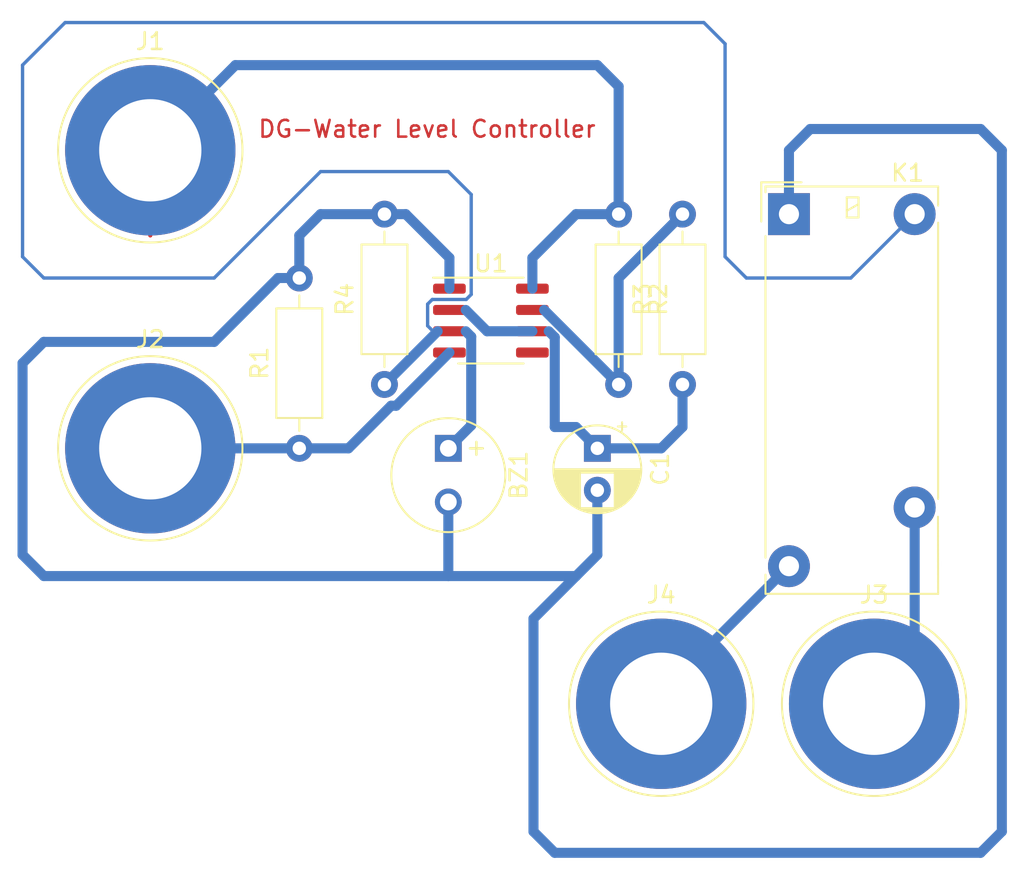
<source format=kicad_pcb>
(kicad_pcb (version 20171130) (host pcbnew "(5.1.9)-1")

  (general
    (thickness 1.6)
    (drawings 6)
    (tracks 87)
    (zones 0)
    (modules 12)
    (nets 10)
  )

  (page A4)
  (layers
    (0 F.Cu signal)
    (31 B.Cu signal)
    (32 B.Adhes user)
    (33 F.Adhes user)
    (34 B.Paste user)
    (35 F.Paste user)
    (36 B.SilkS user)
    (37 F.SilkS user)
    (38 B.Mask user)
    (39 F.Mask user)
    (40 Dwgs.User user)
    (41 Cmts.User user)
    (42 Eco1.User user)
    (43 Eco2.User user)
    (44 Edge.Cuts user)
    (45 Margin user)
    (46 B.CrtYd user)
    (47 F.CrtYd user)
    (48 B.Fab user)
    (49 F.Fab user)
  )

  (setup
    (last_trace_width 0.25)
    (trace_clearance 0.2)
    (zone_clearance 0.508)
    (zone_45_only no)
    (trace_min 0.6)
    (via_size 0.8)
    (via_drill 0.4)
    (via_min_size 0.4)
    (via_min_drill 0.3)
    (uvia_size 0.3)
    (uvia_drill 0.1)
    (uvias_allowed no)
    (uvia_min_size 0.2)
    (uvia_min_drill 0.1)
    (edge_width 0.05)
    (segment_width 0.2)
    (pcb_text_width 0.3)
    (pcb_text_size 1.5 1.5)
    (mod_edge_width 0.12)
    (mod_text_size 1 1)
    (mod_text_width 0.15)
    (pad_size 1.524 1.524)
    (pad_drill 0.762)
    (pad_to_mask_clearance 0)
    (aux_axis_origin 0 0)
    (visible_elements 7FFFFFFF)
    (pcbplotparams
      (layerselection 0x010fc_ffffffff)
      (usegerberextensions true)
      (usegerberattributes true)
      (usegerberadvancedattributes true)
      (creategerberjobfile true)
      (excludeedgelayer true)
      (linewidth 0.100000)
      (plotframeref false)
      (viasonmask false)
      (mode 1)
      (useauxorigin false)
      (hpglpennumber 1)
      (hpglpenspeed 20)
      (hpglpendiameter 15.000000)
      (psnegative false)
      (psa4output false)
      (plotreference true)
      (plotvalue false)
      (plotinvisibletext false)
      (padsonsilk false)
      (subtractmaskfromsilk false)
      (outputformat 1)
      (mirror false)
      (drillshape 0)
      (scaleselection 1)
      (outputdirectory "gerbers/"))
  )

  (net 0 "")
  (net 1 "Net-(BZ1-Pad1)")
  (net 2 GND)
  (net 3 "Net-(C1-Pad1)")
  (net 4 +5V)
  (net 5 "Net-(J2-Pad1)")
  (net 6 "Net-(R2-Pad2)")
  (net 7 "Net-(U1-Pad5)")
  (net 8 "Net-(J3-Pad1)")
  (net 9 "Net-(J4-Pad1)")

  (net_class Default "This is the default net class."
    (clearance 0.2)
    (trace_width 0.25)
    (via_dia 0.8)
    (via_drill 0.4)
    (uvia_dia 0.3)
    (uvia_drill 0.1)
    (add_net +5V)
    (add_net GND)
    (add_net "Net-(BZ1-Pad1)")
    (add_net "Net-(C1-Pad1)")
    (add_net "Net-(J2-Pad1)")
    (add_net "Net-(J3-Pad1)")
    (add_net "Net-(J4-Pad1)")
    (add_net "Net-(R2-Pad2)")
    (add_net "Net-(U1-Pad5)")
  )

  (module Relay_THT:Relay_1P1T_NO_10x24x18.8mm_Panasonic_ADW11xxxxW_THT (layer F.Cu) (tedit 5E68DFB0) (tstamp 60578228)
    (at 156.21 64.77)
    (descr "Panasonic Relay SPST 10mm 24mm, https://www.panasonic-electric-works.com/pew/es/downloads/ds_dw_hl_en.pdf")
    (tags "Panasonic Relay SPST")
    (path /605785FA)
    (fp_text reference K1 (at 7.08 -2.46 180) (layer F.SilkS)
      (effects (font (size 1 1) (thickness 0.15)))
    )
    (fp_text value "5v RELAY" (at 3.99 23.62 180) (layer F.Fab)
      (effects (font (size 1 1) (thickness 0.15)))
    )
    (fp_line (start -1.25 0) (end 0 -1.5) (layer F.Fab) (width 0.1))
    (fp_line (start 8.75 22.5) (end 8.75 -1.5) (layer F.Fab) (width 0.1))
    (fp_line (start 8.75 -1.5) (end 0 -1.5) (layer F.Fab) (width 0.1))
    (fp_line (start -1.25 0) (end -1.25 22.5) (layer F.Fab) (width 0.1))
    (fp_line (start 8.75 22.5) (end -1.25 22.5) (layer F.Fab) (width 0.1))
    (fp_line (start 1.55 -0.4) (end 6.05 -0.4) (layer F.Fab) (width 0.1))
    (fp_line (start 8.9 0.51) (end 8.9 16.99) (layer F.SilkS) (width 0.12))
    (fp_line (start 8.9 -1.65) (end -1.4 -1.65) (layer F.SilkS) (width 0.12))
    (fp_line (start -1.4 1.31) (end -1.4 20.49) (layer F.SilkS) (width 0.12))
    (fp_line (start 8.9 22.65) (end -1.4 22.65) (layer F.SilkS) (width 0.12))
    (fp_line (start 3.45 -0.2) (end 4.15 -0.6) (layer F.SilkS) (width 0.12))
    (fp_line (start 4.15 0.2) (end 4.15 -1) (layer F.SilkS) (width 0.12))
    (fp_line (start 4.15 -1) (end 3.45 -1) (layer F.SilkS) (width 0.12))
    (fp_line (start 3.45 -1) (end 3.45 0.2) (layer F.SilkS) (width 0.12))
    (fp_line (start 3.45 0.2) (end 4.15 0.2) (layer F.SilkS) (width 0.12))
    (fp_line (start -1.65 0.44) (end -1.65 -1.9) (layer F.SilkS) (width 0.12))
    (fp_line (start -1.65 -1.9) (end 0.75 -1.9) (layer F.SilkS) (width 0.12))
    (fp_line (start 9 22.75) (end 9 -1.75) (layer F.CrtYd) (width 0.05))
    (fp_line (start 9 -1.75) (end -1.5 -1.75) (layer F.CrtYd) (width 0.05))
    (fp_line (start -1.5 -1.75) (end -1.5 22.75) (layer F.CrtYd) (width 0.05))
    (fp_line (start 9 22.75) (end -1.5 22.75) (layer F.CrtYd) (width 0.05))
    (fp_line (start 8.9 -1.65) (end 8.9 -0.51) (layer F.SilkS) (width 0.12))
    (fp_line (start 8.89 18.05) (end 8.9 22.65) (layer F.SilkS) (width 0.12))
    (fp_line (start -1.4 22.65) (end -1.4 21.51) (layer F.SilkS) (width 0.12))
    (fp_line (start -1.4 -1.65) (end -1.4 -1.31) (layer F.SilkS) (width 0.12))
    (fp_text user %R (at 3.75 12 180) (layer F.Fab)
      (effects (font (size 1 1) (thickness 0.15)))
    )
    (pad 1 thru_hole rect (at 0 0) (size 2.5 2.5) (drill 1.2) (layers *.Cu *.Mask)
      (net 2 GND))
    (pad 3 thru_hole oval (at 0 21) (size 2.5 2.5) (drill 1.2) (layers *.Cu *.Mask)
      (net 9 "Net-(J4-Pad1)"))
    (pad 5 thru_hole oval (at 7.5 17.5) (size 2.5 2.5) (drill 1.2) (layers *.Cu *.Mask)
      (net 8 "Net-(J3-Pad1)"))
    (pad 6 thru_hole oval (at 7.5 0) (size 2.5 2.5) (drill 1.2) (layers *.Cu *.Mask)
      (net 1 "Net-(BZ1-Pad1)"))
    (model ${KISYS3DMOD}/Relay_THT.3dshapes/Relay_1P1T_NO_10x24x18.8mm_Panasonic_ADW11xxxxW_THT.wrl
      (at (xyz 0 0 0))
      (scale (xyz 1 1 1))
      (rotate (xyz 0 0 0))
    )
  )

  (module Buzzer_Beeper:MagneticBuzzer_Kingstate_KCG0601 (layer F.Cu) (tedit 5A030281) (tstamp 605767E9)
    (at 135.89 78.74 270)
    (descr "Buzzer, Elektromagnetic Beeper, Summer,")
    (tags "Kingstate KCG0601 ")
    (path /6057312F)
    (fp_text reference BZ1 (at 1.6 -4.2 90) (layer F.SilkS)
      (effects (font (size 1 1) (thickness 0.15)))
    )
    (fp_text value Buzzer (at 1.6 4.4 90) (layer F.Fab)
      (effects (font (size 1 1) (thickness 0.15)))
    )
    (fp_circle (center 1.6 0) (end 5 0) (layer F.SilkS) (width 0.12))
    (fp_circle (center 1.6 0) (end 2.4 0) (layer F.Fab) (width 0.1))
    (fp_circle (center 1.6 0) (end 4.9 0) (layer F.Fab) (width 0.1))
    (fp_circle (center 1.6 0) (end 5.15 0) (layer F.CrtYd) (width 0.05))
    (fp_text user + (at 0 -1.6 90) (layer F.SilkS)
      (effects (font (size 1 1) (thickness 0.15)))
    )
    (fp_text user + (at 0 -1.6 90) (layer F.Fab)
      (effects (font (size 1 1) (thickness 0.15)))
    )
    (fp_text user %R (at 1.6 -4.2 90) (layer F.Fab)
      (effects (font (size 1 1) (thickness 0.15)))
    )
    (pad 1 thru_hole rect (at 0 0 270) (size 1.6 1.6) (drill 1) (layers *.Cu *.Mask)
      (net 1 "Net-(BZ1-Pad1)"))
    (pad 2 thru_hole circle (at 3.2 0 270) (size 1.6 1.6) (drill 1) (layers *.Cu *.Mask)
      (net 2 GND))
    (model ${KISYS3DMOD}/Buzzer_Beeper.3dshapes/MagneticBuzzer_Kingstate_KCG0601.wrl
      (at (xyz 0 0 0))
      (scale (xyz 1 1 1))
      (rotate (xyz 0 0 0))
    )
  )

  (module Capacitor_THT:CP_Radial_D5.0mm_P2.50mm (layer F.Cu) (tedit 5AE50EF0) (tstamp 605770EE)
    (at 144.78 78.74 270)
    (descr "CP, Radial series, Radial, pin pitch=2.50mm, , diameter=5mm, Electrolytic Capacitor")
    (tags "CP Radial series Radial pin pitch 2.50mm  diameter 5mm Electrolytic Capacitor")
    (path /60573885)
    (fp_text reference C1 (at 1.25 -3.75 90) (layer F.SilkS)
      (effects (font (size 1 1) (thickness 0.15)))
    )
    (fp_text value CP (at 1.25 3.75 90) (layer F.Fab)
      (effects (font (size 1 1) (thickness 0.15)))
    )
    (fp_line (start -1.304775 -1.725) (end -1.304775 -1.225) (layer F.SilkS) (width 0.12))
    (fp_line (start -1.554775 -1.475) (end -1.054775 -1.475) (layer F.SilkS) (width 0.12))
    (fp_line (start 3.851 -0.284) (end 3.851 0.284) (layer F.SilkS) (width 0.12))
    (fp_line (start 3.811 -0.518) (end 3.811 0.518) (layer F.SilkS) (width 0.12))
    (fp_line (start 3.771 -0.677) (end 3.771 0.677) (layer F.SilkS) (width 0.12))
    (fp_line (start 3.731 -0.805) (end 3.731 0.805) (layer F.SilkS) (width 0.12))
    (fp_line (start 3.691 -0.915) (end 3.691 0.915) (layer F.SilkS) (width 0.12))
    (fp_line (start 3.651 -1.011) (end 3.651 1.011) (layer F.SilkS) (width 0.12))
    (fp_line (start 3.611 -1.098) (end 3.611 1.098) (layer F.SilkS) (width 0.12))
    (fp_line (start 3.571 -1.178) (end 3.571 1.178) (layer F.SilkS) (width 0.12))
    (fp_line (start 3.531 1.04) (end 3.531 1.251) (layer F.SilkS) (width 0.12))
    (fp_line (start 3.531 -1.251) (end 3.531 -1.04) (layer F.SilkS) (width 0.12))
    (fp_line (start 3.491 1.04) (end 3.491 1.319) (layer F.SilkS) (width 0.12))
    (fp_line (start 3.491 -1.319) (end 3.491 -1.04) (layer F.SilkS) (width 0.12))
    (fp_line (start 3.451 1.04) (end 3.451 1.383) (layer F.SilkS) (width 0.12))
    (fp_line (start 3.451 -1.383) (end 3.451 -1.04) (layer F.SilkS) (width 0.12))
    (fp_line (start 3.411 1.04) (end 3.411 1.443) (layer F.SilkS) (width 0.12))
    (fp_line (start 3.411 -1.443) (end 3.411 -1.04) (layer F.SilkS) (width 0.12))
    (fp_line (start 3.371 1.04) (end 3.371 1.5) (layer F.SilkS) (width 0.12))
    (fp_line (start 3.371 -1.5) (end 3.371 -1.04) (layer F.SilkS) (width 0.12))
    (fp_line (start 3.331 1.04) (end 3.331 1.554) (layer F.SilkS) (width 0.12))
    (fp_line (start 3.331 -1.554) (end 3.331 -1.04) (layer F.SilkS) (width 0.12))
    (fp_line (start 3.291 1.04) (end 3.291 1.605) (layer F.SilkS) (width 0.12))
    (fp_line (start 3.291 -1.605) (end 3.291 -1.04) (layer F.SilkS) (width 0.12))
    (fp_line (start 3.251 1.04) (end 3.251 1.653) (layer F.SilkS) (width 0.12))
    (fp_line (start 3.251 -1.653) (end 3.251 -1.04) (layer F.SilkS) (width 0.12))
    (fp_line (start 3.211 1.04) (end 3.211 1.699) (layer F.SilkS) (width 0.12))
    (fp_line (start 3.211 -1.699) (end 3.211 -1.04) (layer F.SilkS) (width 0.12))
    (fp_line (start 3.171 1.04) (end 3.171 1.743) (layer F.SilkS) (width 0.12))
    (fp_line (start 3.171 -1.743) (end 3.171 -1.04) (layer F.SilkS) (width 0.12))
    (fp_line (start 3.131 1.04) (end 3.131 1.785) (layer F.SilkS) (width 0.12))
    (fp_line (start 3.131 -1.785) (end 3.131 -1.04) (layer F.SilkS) (width 0.12))
    (fp_line (start 3.091 1.04) (end 3.091 1.826) (layer F.SilkS) (width 0.12))
    (fp_line (start 3.091 -1.826) (end 3.091 -1.04) (layer F.SilkS) (width 0.12))
    (fp_line (start 3.051 1.04) (end 3.051 1.864) (layer F.SilkS) (width 0.12))
    (fp_line (start 3.051 -1.864) (end 3.051 -1.04) (layer F.SilkS) (width 0.12))
    (fp_line (start 3.011 1.04) (end 3.011 1.901) (layer F.SilkS) (width 0.12))
    (fp_line (start 3.011 -1.901) (end 3.011 -1.04) (layer F.SilkS) (width 0.12))
    (fp_line (start 2.971 1.04) (end 2.971 1.937) (layer F.SilkS) (width 0.12))
    (fp_line (start 2.971 -1.937) (end 2.971 -1.04) (layer F.SilkS) (width 0.12))
    (fp_line (start 2.931 1.04) (end 2.931 1.971) (layer F.SilkS) (width 0.12))
    (fp_line (start 2.931 -1.971) (end 2.931 -1.04) (layer F.SilkS) (width 0.12))
    (fp_line (start 2.891 1.04) (end 2.891 2.004) (layer F.SilkS) (width 0.12))
    (fp_line (start 2.891 -2.004) (end 2.891 -1.04) (layer F.SilkS) (width 0.12))
    (fp_line (start 2.851 1.04) (end 2.851 2.035) (layer F.SilkS) (width 0.12))
    (fp_line (start 2.851 -2.035) (end 2.851 -1.04) (layer F.SilkS) (width 0.12))
    (fp_line (start 2.811 1.04) (end 2.811 2.065) (layer F.SilkS) (width 0.12))
    (fp_line (start 2.811 -2.065) (end 2.811 -1.04) (layer F.SilkS) (width 0.12))
    (fp_line (start 2.771 1.04) (end 2.771 2.095) (layer F.SilkS) (width 0.12))
    (fp_line (start 2.771 -2.095) (end 2.771 -1.04) (layer F.SilkS) (width 0.12))
    (fp_line (start 2.731 1.04) (end 2.731 2.122) (layer F.SilkS) (width 0.12))
    (fp_line (start 2.731 -2.122) (end 2.731 -1.04) (layer F.SilkS) (width 0.12))
    (fp_line (start 2.691 1.04) (end 2.691 2.149) (layer F.SilkS) (width 0.12))
    (fp_line (start 2.691 -2.149) (end 2.691 -1.04) (layer F.SilkS) (width 0.12))
    (fp_line (start 2.651 1.04) (end 2.651 2.175) (layer F.SilkS) (width 0.12))
    (fp_line (start 2.651 -2.175) (end 2.651 -1.04) (layer F.SilkS) (width 0.12))
    (fp_line (start 2.611 1.04) (end 2.611 2.2) (layer F.SilkS) (width 0.12))
    (fp_line (start 2.611 -2.2) (end 2.611 -1.04) (layer F.SilkS) (width 0.12))
    (fp_line (start 2.571 1.04) (end 2.571 2.224) (layer F.SilkS) (width 0.12))
    (fp_line (start 2.571 -2.224) (end 2.571 -1.04) (layer F.SilkS) (width 0.12))
    (fp_line (start 2.531 1.04) (end 2.531 2.247) (layer F.SilkS) (width 0.12))
    (fp_line (start 2.531 -2.247) (end 2.531 -1.04) (layer F.SilkS) (width 0.12))
    (fp_line (start 2.491 1.04) (end 2.491 2.268) (layer F.SilkS) (width 0.12))
    (fp_line (start 2.491 -2.268) (end 2.491 -1.04) (layer F.SilkS) (width 0.12))
    (fp_line (start 2.451 1.04) (end 2.451 2.29) (layer F.SilkS) (width 0.12))
    (fp_line (start 2.451 -2.29) (end 2.451 -1.04) (layer F.SilkS) (width 0.12))
    (fp_line (start 2.411 1.04) (end 2.411 2.31) (layer F.SilkS) (width 0.12))
    (fp_line (start 2.411 -2.31) (end 2.411 -1.04) (layer F.SilkS) (width 0.12))
    (fp_line (start 2.371 1.04) (end 2.371 2.329) (layer F.SilkS) (width 0.12))
    (fp_line (start 2.371 -2.329) (end 2.371 -1.04) (layer F.SilkS) (width 0.12))
    (fp_line (start 2.331 1.04) (end 2.331 2.348) (layer F.SilkS) (width 0.12))
    (fp_line (start 2.331 -2.348) (end 2.331 -1.04) (layer F.SilkS) (width 0.12))
    (fp_line (start 2.291 1.04) (end 2.291 2.365) (layer F.SilkS) (width 0.12))
    (fp_line (start 2.291 -2.365) (end 2.291 -1.04) (layer F.SilkS) (width 0.12))
    (fp_line (start 2.251 1.04) (end 2.251 2.382) (layer F.SilkS) (width 0.12))
    (fp_line (start 2.251 -2.382) (end 2.251 -1.04) (layer F.SilkS) (width 0.12))
    (fp_line (start 2.211 1.04) (end 2.211 2.398) (layer F.SilkS) (width 0.12))
    (fp_line (start 2.211 -2.398) (end 2.211 -1.04) (layer F.SilkS) (width 0.12))
    (fp_line (start 2.171 1.04) (end 2.171 2.414) (layer F.SilkS) (width 0.12))
    (fp_line (start 2.171 -2.414) (end 2.171 -1.04) (layer F.SilkS) (width 0.12))
    (fp_line (start 2.131 1.04) (end 2.131 2.428) (layer F.SilkS) (width 0.12))
    (fp_line (start 2.131 -2.428) (end 2.131 -1.04) (layer F.SilkS) (width 0.12))
    (fp_line (start 2.091 1.04) (end 2.091 2.442) (layer F.SilkS) (width 0.12))
    (fp_line (start 2.091 -2.442) (end 2.091 -1.04) (layer F.SilkS) (width 0.12))
    (fp_line (start 2.051 1.04) (end 2.051 2.455) (layer F.SilkS) (width 0.12))
    (fp_line (start 2.051 -2.455) (end 2.051 -1.04) (layer F.SilkS) (width 0.12))
    (fp_line (start 2.011 1.04) (end 2.011 2.468) (layer F.SilkS) (width 0.12))
    (fp_line (start 2.011 -2.468) (end 2.011 -1.04) (layer F.SilkS) (width 0.12))
    (fp_line (start 1.971 1.04) (end 1.971 2.48) (layer F.SilkS) (width 0.12))
    (fp_line (start 1.971 -2.48) (end 1.971 -1.04) (layer F.SilkS) (width 0.12))
    (fp_line (start 1.93 1.04) (end 1.93 2.491) (layer F.SilkS) (width 0.12))
    (fp_line (start 1.93 -2.491) (end 1.93 -1.04) (layer F.SilkS) (width 0.12))
    (fp_line (start 1.89 1.04) (end 1.89 2.501) (layer F.SilkS) (width 0.12))
    (fp_line (start 1.89 -2.501) (end 1.89 -1.04) (layer F.SilkS) (width 0.12))
    (fp_line (start 1.85 1.04) (end 1.85 2.511) (layer F.SilkS) (width 0.12))
    (fp_line (start 1.85 -2.511) (end 1.85 -1.04) (layer F.SilkS) (width 0.12))
    (fp_line (start 1.81 1.04) (end 1.81 2.52) (layer F.SilkS) (width 0.12))
    (fp_line (start 1.81 -2.52) (end 1.81 -1.04) (layer F.SilkS) (width 0.12))
    (fp_line (start 1.77 1.04) (end 1.77 2.528) (layer F.SilkS) (width 0.12))
    (fp_line (start 1.77 -2.528) (end 1.77 -1.04) (layer F.SilkS) (width 0.12))
    (fp_line (start 1.73 1.04) (end 1.73 2.536) (layer F.SilkS) (width 0.12))
    (fp_line (start 1.73 -2.536) (end 1.73 -1.04) (layer F.SilkS) (width 0.12))
    (fp_line (start 1.69 1.04) (end 1.69 2.543) (layer F.SilkS) (width 0.12))
    (fp_line (start 1.69 -2.543) (end 1.69 -1.04) (layer F.SilkS) (width 0.12))
    (fp_line (start 1.65 1.04) (end 1.65 2.55) (layer F.SilkS) (width 0.12))
    (fp_line (start 1.65 -2.55) (end 1.65 -1.04) (layer F.SilkS) (width 0.12))
    (fp_line (start 1.61 1.04) (end 1.61 2.556) (layer F.SilkS) (width 0.12))
    (fp_line (start 1.61 -2.556) (end 1.61 -1.04) (layer F.SilkS) (width 0.12))
    (fp_line (start 1.57 1.04) (end 1.57 2.561) (layer F.SilkS) (width 0.12))
    (fp_line (start 1.57 -2.561) (end 1.57 -1.04) (layer F.SilkS) (width 0.12))
    (fp_line (start 1.53 1.04) (end 1.53 2.565) (layer F.SilkS) (width 0.12))
    (fp_line (start 1.53 -2.565) (end 1.53 -1.04) (layer F.SilkS) (width 0.12))
    (fp_line (start 1.49 1.04) (end 1.49 2.569) (layer F.SilkS) (width 0.12))
    (fp_line (start 1.49 -2.569) (end 1.49 -1.04) (layer F.SilkS) (width 0.12))
    (fp_line (start 1.45 -2.573) (end 1.45 2.573) (layer F.SilkS) (width 0.12))
    (fp_line (start 1.41 -2.576) (end 1.41 2.576) (layer F.SilkS) (width 0.12))
    (fp_line (start 1.37 -2.578) (end 1.37 2.578) (layer F.SilkS) (width 0.12))
    (fp_line (start 1.33 -2.579) (end 1.33 2.579) (layer F.SilkS) (width 0.12))
    (fp_line (start 1.29 -2.58) (end 1.29 2.58) (layer F.SilkS) (width 0.12))
    (fp_line (start 1.25 -2.58) (end 1.25 2.58) (layer F.SilkS) (width 0.12))
    (fp_line (start -0.633605 -1.3375) (end -0.633605 -0.8375) (layer F.Fab) (width 0.1))
    (fp_line (start -0.883605 -1.0875) (end -0.383605 -1.0875) (layer F.Fab) (width 0.1))
    (fp_circle (center 1.25 0) (end 4 0) (layer F.CrtYd) (width 0.05))
    (fp_circle (center 1.25 0) (end 3.87 0) (layer F.SilkS) (width 0.12))
    (fp_circle (center 1.25 0) (end 3.75 0) (layer F.Fab) (width 0.1))
    (fp_text user %R (at 1.25 0 90) (layer F.Fab)
      (effects (font (size 1 1) (thickness 0.15)))
    )
    (pad 1 thru_hole rect (at 0 0 270) (size 1.6 1.6) (drill 0.8) (layers *.Cu *.Mask)
      (net 3 "Net-(C1-Pad1)"))
    (pad 2 thru_hole circle (at 2.5 0 270) (size 1.6 1.6) (drill 0.8) (layers *.Cu *.Mask)
      (net 2 GND))
    (model ${KISYS3DMOD}/Capacitor_THT.3dshapes/CP_Radial_D5.0mm_P2.50mm.wrl
      (at (xyz 0 0 0))
      (scale (xyz 1 1 1))
      (rotate (xyz 0 0 0))
    )
  )

  (module Connector:Banana_Jack_1Pin (layer F.Cu) (tedit 5A1AB217) (tstamp 6057624C)
    (at 118.11 60.96)
    (descr "Single banana socket, footprint - 6mm drill")
    (tags "banana socket")
    (path /60574D5E)
    (fp_text reference J1 (at 0 -6.5) (layer F.SilkS)
      (effects (font (size 1 1) (thickness 0.15)))
    )
    (fp_text value M1 (at -0.25 6.5) (layer F.Fab)
      (effects (font (size 1 1) (thickness 0.15)))
    )
    (fp_circle (center 0 0) (end 5.5 0) (layer F.SilkS) (width 0.12))
    (fp_circle (center 0 0) (end 4.85 0.05) (layer F.Fab) (width 0.1))
    (fp_circle (center 0 0) (end 2 0) (layer F.Fab) (width 0.1))
    (fp_circle (center 0 0) (end 5.75 0) (layer F.CrtYd) (width 0.05))
    (fp_text user %R (at 0 0) (layer F.Fab)
      (effects (font (size 0.8 0.8) (thickness 0.12)))
    )
    (pad 1 thru_hole circle (at 0 0) (size 10.16 10.16) (drill 6.1) (layers *.Cu *.Mask)
      (net 4 +5V))
    (model ${KISYS3DMOD}/Connector.3dshapes/Banana_Jack_1Pin.wrl
      (at (xyz 0 0 0))
      (scale (xyz 2 2 2))
      (rotate (xyz 0 0 0))
    )
  )

  (module Connector:Banana_Jack_1Pin (layer F.Cu) (tedit 5A1AB217) (tstamp 605767B2)
    (at 118.11 78.74)
    (descr "Single banana socket, footprint - 6mm drill")
    (tags "banana socket")
    (path /6057551B)
    (fp_text reference J2 (at 0 -6.5) (layer F.SilkS)
      (effects (font (size 1 1) (thickness 0.15)))
    )
    (fp_text value M2 (at -0.25 6.5) (layer F.Fab)
      (effects (font (size 1 1) (thickness 0.15)))
    )
    (fp_circle (center 0 0) (end 5.75 0) (layer F.CrtYd) (width 0.05))
    (fp_circle (center 0 0) (end 2 0) (layer F.Fab) (width 0.1))
    (fp_circle (center 0 0) (end 4.85 0.05) (layer F.Fab) (width 0.1))
    (fp_circle (center 0 0) (end 5.5 0) (layer F.SilkS) (width 0.12))
    (fp_text user %R (at 0 0) (layer F.Fab)
      (effects (font (size 0.8 0.8) (thickness 0.12)))
    )
    (pad 1 thru_hole circle (at 0 0) (size 10.16 10.16) (drill 6.1) (layers *.Cu *.Mask)
      (net 5 "Net-(J2-Pad1)"))
    (model ${KISYS3DMOD}/Connector.3dshapes/Banana_Jack_1Pin.wrl
      (at (xyz 0 0 0))
      (scale (xyz 2 2 2))
      (rotate (xyz 0 0 0))
    )
  )

  (module Resistor_THT:R_Axial_DIN0207_L6.3mm_D2.5mm_P10.16mm_Horizontal (layer F.Cu) (tedit 5AE5139B) (tstamp 60576702)
    (at 127 78.74 90)
    (descr "Resistor, Axial_DIN0207 series, Axial, Horizontal, pin pitch=10.16mm, 0.25W = 1/4W, length*diameter=6.3*2.5mm^2, http://cdn-reichelt.de/documents/datenblatt/B400/1_4W%23YAG.pdf")
    (tags "Resistor Axial_DIN0207 series Axial Horizontal pin pitch 10.16mm 0.25W = 1/4W length 6.3mm diameter 2.5mm")
    (path /605704B6)
    (fp_text reference R1 (at 5.08 -2.37 90) (layer F.SilkS)
      (effects (font (size 1 1) (thickness 0.15)))
    )
    (fp_text value R (at 5.08 2.37 90) (layer F.Fab)
      (effects (font (size 1 1) (thickness 0.15)))
    )
    (fp_line (start 11.21 -1.5) (end -1.05 -1.5) (layer F.CrtYd) (width 0.05))
    (fp_line (start 11.21 1.5) (end 11.21 -1.5) (layer F.CrtYd) (width 0.05))
    (fp_line (start -1.05 1.5) (end 11.21 1.5) (layer F.CrtYd) (width 0.05))
    (fp_line (start -1.05 -1.5) (end -1.05 1.5) (layer F.CrtYd) (width 0.05))
    (fp_line (start 9.12 0) (end 8.35 0) (layer F.SilkS) (width 0.12))
    (fp_line (start 1.04 0) (end 1.81 0) (layer F.SilkS) (width 0.12))
    (fp_line (start 8.35 -1.37) (end 1.81 -1.37) (layer F.SilkS) (width 0.12))
    (fp_line (start 8.35 1.37) (end 8.35 -1.37) (layer F.SilkS) (width 0.12))
    (fp_line (start 1.81 1.37) (end 8.35 1.37) (layer F.SilkS) (width 0.12))
    (fp_line (start 1.81 -1.37) (end 1.81 1.37) (layer F.SilkS) (width 0.12))
    (fp_line (start 10.16 0) (end 8.23 0) (layer F.Fab) (width 0.1))
    (fp_line (start 0 0) (end 1.93 0) (layer F.Fab) (width 0.1))
    (fp_line (start 8.23 -1.25) (end 1.93 -1.25) (layer F.Fab) (width 0.1))
    (fp_line (start 8.23 1.25) (end 8.23 -1.25) (layer F.Fab) (width 0.1))
    (fp_line (start 1.93 1.25) (end 8.23 1.25) (layer F.Fab) (width 0.1))
    (fp_line (start 1.93 -1.25) (end 1.93 1.25) (layer F.Fab) (width 0.1))
    (fp_text user %R (at 5.08 0 90) (layer F.Fab)
      (effects (font (size 1 1) (thickness 0.15)))
    )
    (pad 1 thru_hole circle (at 0 0 90) (size 1.6 1.6) (drill 0.8) (layers *.Cu *.Mask)
      (net 5 "Net-(J2-Pad1)"))
    (pad 2 thru_hole oval (at 10.16 0 90) (size 1.6 1.6) (drill 0.8) (layers *.Cu *.Mask)
      (net 2 GND))
    (model ${KISYS3DMOD}/Resistor_THT.3dshapes/R_Axial_DIN0207_L6.3mm_D2.5mm_P10.16mm_Horizontal.wrl
      (at (xyz 0 0 0))
      (scale (xyz 1 1 1))
      (rotate (xyz 0 0 0))
    )
  )

  (module Resistor_THT:R_Axial_DIN0207_L6.3mm_D2.5mm_P10.16mm_Horizontal (layer F.Cu) (tedit 5AE5139B) (tstamp 60576284)
    (at 146.05 64.77 270)
    (descr "Resistor, Axial_DIN0207 series, Axial, Horizontal, pin pitch=10.16mm, 0.25W = 1/4W, length*diameter=6.3*2.5mm^2, http://cdn-reichelt.de/documents/datenblatt/B400/1_4W%23YAG.pdf")
    (tags "Resistor Axial_DIN0207 series Axial Horizontal pin pitch 10.16mm 0.25W = 1/4W length 6.3mm diameter 2.5mm")
    (path /60570D71)
    (fp_text reference R2 (at 5.08 -2.37 90) (layer F.SilkS)
      (effects (font (size 1 1) (thickness 0.15)))
    )
    (fp_text value R (at 5.08 2.37 90) (layer F.Fab)
      (effects (font (size 1 1) (thickness 0.15)))
    )
    (fp_line (start 1.93 -1.25) (end 1.93 1.25) (layer F.Fab) (width 0.1))
    (fp_line (start 1.93 1.25) (end 8.23 1.25) (layer F.Fab) (width 0.1))
    (fp_line (start 8.23 1.25) (end 8.23 -1.25) (layer F.Fab) (width 0.1))
    (fp_line (start 8.23 -1.25) (end 1.93 -1.25) (layer F.Fab) (width 0.1))
    (fp_line (start 0 0) (end 1.93 0) (layer F.Fab) (width 0.1))
    (fp_line (start 10.16 0) (end 8.23 0) (layer F.Fab) (width 0.1))
    (fp_line (start 1.81 -1.37) (end 1.81 1.37) (layer F.SilkS) (width 0.12))
    (fp_line (start 1.81 1.37) (end 8.35 1.37) (layer F.SilkS) (width 0.12))
    (fp_line (start 8.35 1.37) (end 8.35 -1.37) (layer F.SilkS) (width 0.12))
    (fp_line (start 8.35 -1.37) (end 1.81 -1.37) (layer F.SilkS) (width 0.12))
    (fp_line (start 1.04 0) (end 1.81 0) (layer F.SilkS) (width 0.12))
    (fp_line (start 9.12 0) (end 8.35 0) (layer F.SilkS) (width 0.12))
    (fp_line (start -1.05 -1.5) (end -1.05 1.5) (layer F.CrtYd) (width 0.05))
    (fp_line (start -1.05 1.5) (end 11.21 1.5) (layer F.CrtYd) (width 0.05))
    (fp_line (start 11.21 1.5) (end 11.21 -1.5) (layer F.CrtYd) (width 0.05))
    (fp_line (start 11.21 -1.5) (end -1.05 -1.5) (layer F.CrtYd) (width 0.05))
    (fp_text user %R (at 5.08 0 270) (layer F.Fab)
      (effects (font (size 1 1) (thickness 0.15)))
    )
    (pad 2 thru_hole oval (at 10.16 0 270) (size 1.6 1.6) (drill 0.8) (layers *.Cu *.Mask)
      (net 6 "Net-(R2-Pad2)"))
    (pad 1 thru_hole circle (at 0 0 270) (size 1.6 1.6) (drill 0.8) (layers *.Cu *.Mask)
      (net 4 +5V))
    (model ${KISYS3DMOD}/Resistor_THT.3dshapes/R_Axial_DIN0207_L6.3mm_D2.5mm_P10.16mm_Horizontal.wrl
      (at (xyz 0 0 0))
      (scale (xyz 1 1 1))
      (rotate (xyz 0 0 0))
    )
  )

  (module Resistor_THT:R_Axial_DIN0207_L6.3mm_D2.5mm_P10.16mm_Horizontal (layer F.Cu) (tedit 5AE5139B) (tstamp 6057629B)
    (at 149.86 74.93 90)
    (descr "Resistor, Axial_DIN0207 series, Axial, Horizontal, pin pitch=10.16mm, 0.25W = 1/4W, length*diameter=6.3*2.5mm^2, http://cdn-reichelt.de/documents/datenblatt/B400/1_4W%23YAG.pdf")
    (tags "Resistor Axial_DIN0207 series Axial Horizontal pin pitch 10.16mm 0.25W = 1/4W length 6.3mm diameter 2.5mm")
    (path /605714B5)
    (fp_text reference R3 (at 5.08 -2.37 90) (layer F.SilkS)
      (effects (font (size 1 1) (thickness 0.15)))
    )
    (fp_text value R (at 5.08 2.37 90) (layer F.Fab)
      (effects (font (size 1 1) (thickness 0.15)))
    )
    (fp_line (start 11.21 -1.5) (end -1.05 -1.5) (layer F.CrtYd) (width 0.05))
    (fp_line (start 11.21 1.5) (end 11.21 -1.5) (layer F.CrtYd) (width 0.05))
    (fp_line (start -1.05 1.5) (end 11.21 1.5) (layer F.CrtYd) (width 0.05))
    (fp_line (start -1.05 -1.5) (end -1.05 1.5) (layer F.CrtYd) (width 0.05))
    (fp_line (start 9.12 0) (end 8.35 0) (layer F.SilkS) (width 0.12))
    (fp_line (start 1.04 0) (end 1.81 0) (layer F.SilkS) (width 0.12))
    (fp_line (start 8.35 -1.37) (end 1.81 -1.37) (layer F.SilkS) (width 0.12))
    (fp_line (start 8.35 1.37) (end 8.35 -1.37) (layer F.SilkS) (width 0.12))
    (fp_line (start 1.81 1.37) (end 8.35 1.37) (layer F.SilkS) (width 0.12))
    (fp_line (start 1.81 -1.37) (end 1.81 1.37) (layer F.SilkS) (width 0.12))
    (fp_line (start 10.16 0) (end 8.23 0) (layer F.Fab) (width 0.1))
    (fp_line (start 0 0) (end 1.93 0) (layer F.Fab) (width 0.1))
    (fp_line (start 8.23 -1.25) (end 1.93 -1.25) (layer F.Fab) (width 0.1))
    (fp_line (start 8.23 1.25) (end 8.23 -1.25) (layer F.Fab) (width 0.1))
    (fp_line (start 1.93 1.25) (end 8.23 1.25) (layer F.Fab) (width 0.1))
    (fp_line (start 1.93 -1.25) (end 1.93 1.25) (layer F.Fab) (width 0.1))
    (fp_text user %R (at 5.08 0 270) (layer F.Fab)
      (effects (font (size 1 1) (thickness 0.15)))
    )
    (pad 1 thru_hole circle (at 0 0 90) (size 1.6 1.6) (drill 0.8) (layers *.Cu *.Mask)
      (net 3 "Net-(C1-Pad1)"))
    (pad 2 thru_hole oval (at 10.16 0 90) (size 1.6 1.6) (drill 0.8) (layers *.Cu *.Mask)
      (net 6 "Net-(R2-Pad2)"))
    (model ${KISYS3DMOD}/Resistor_THT.3dshapes/R_Axial_DIN0207_L6.3mm_D2.5mm_P10.16mm_Horizontal.wrl
      (at (xyz 0 0 0))
      (scale (xyz 1 1 1))
      (rotate (xyz 0 0 0))
    )
  )

  (module Resistor_THT:R_Axial_DIN0207_L6.3mm_D2.5mm_P10.16mm_Horizontal (layer F.Cu) (tedit 5AE5139B) (tstamp 60576623)
    (at 132.08 74.93 90)
    (descr "Resistor, Axial_DIN0207 series, Axial, Horizontal, pin pitch=10.16mm, 0.25W = 1/4W, length*diameter=6.3*2.5mm^2, http://cdn-reichelt.de/documents/datenblatt/B400/1_4W%23YAG.pdf")
    (tags "Resistor Axial_DIN0207 series Axial Horizontal pin pitch 10.16mm 0.25W = 1/4W length 6.3mm diameter 2.5mm")
    (path /60572857)
    (fp_text reference R4 (at 5.08 -2.37 90) (layer F.SilkS)
      (effects (font (size 1 1) (thickness 0.15)))
    )
    (fp_text value R (at 5.08 2.37 90) (layer F.Fab)
      (effects (font (size 1 1) (thickness 0.15)))
    )
    (fp_line (start 1.93 -1.25) (end 1.93 1.25) (layer F.Fab) (width 0.1))
    (fp_line (start 1.93 1.25) (end 8.23 1.25) (layer F.Fab) (width 0.1))
    (fp_line (start 8.23 1.25) (end 8.23 -1.25) (layer F.Fab) (width 0.1))
    (fp_line (start 8.23 -1.25) (end 1.93 -1.25) (layer F.Fab) (width 0.1))
    (fp_line (start 0 0) (end 1.93 0) (layer F.Fab) (width 0.1))
    (fp_line (start 10.16 0) (end 8.23 0) (layer F.Fab) (width 0.1))
    (fp_line (start 1.81 -1.37) (end 1.81 1.37) (layer F.SilkS) (width 0.12))
    (fp_line (start 1.81 1.37) (end 8.35 1.37) (layer F.SilkS) (width 0.12))
    (fp_line (start 8.35 1.37) (end 8.35 -1.37) (layer F.SilkS) (width 0.12))
    (fp_line (start 8.35 -1.37) (end 1.81 -1.37) (layer F.SilkS) (width 0.12))
    (fp_line (start 1.04 0) (end 1.81 0) (layer F.SilkS) (width 0.12))
    (fp_line (start 9.12 0) (end 8.35 0) (layer F.SilkS) (width 0.12))
    (fp_line (start -1.05 -1.5) (end -1.05 1.5) (layer F.CrtYd) (width 0.05))
    (fp_line (start -1.05 1.5) (end 11.21 1.5) (layer F.CrtYd) (width 0.05))
    (fp_line (start 11.21 1.5) (end 11.21 -1.5) (layer F.CrtYd) (width 0.05))
    (fp_line (start 11.21 -1.5) (end -1.05 -1.5) (layer F.CrtYd) (width 0.05))
    (fp_text user %R (at 5.08 0 90) (layer F.Fab)
      (effects (font (size 1 1) (thickness 0.15)))
    )
    (pad 2 thru_hole oval (at 10.16 0 90) (size 1.6 1.6) (drill 0.8) (layers *.Cu *.Mask)
      (net 2 GND))
    (pad 1 thru_hole circle (at 0 0 90) (size 1.6 1.6) (drill 0.8) (layers *.Cu *.Mask)
      (net 1 "Net-(BZ1-Pad1)"))
    (model ${KISYS3DMOD}/Resistor_THT.3dshapes/R_Axial_DIN0207_L6.3mm_D2.5mm_P10.16mm_Horizontal.wrl
      (at (xyz 0 0 0))
      (scale (xyz 1 1 1))
      (rotate (xyz 0 0 0))
    )
  )

  (module Package_SO:SOIC-8_3.9x4.9mm_P1.27mm (layer F.Cu) (tedit 5D9F72B1) (tstamp 605762CC)
    (at 138.43 71.12)
    (descr "SOIC, 8 Pin (JEDEC MS-012AA, https://www.analog.com/media/en/package-pcb-resources/package/pkg_pdf/soic_narrow-r/r_8.pdf), generated with kicad-footprint-generator ipc_gullwing_generator.py")
    (tags "SOIC SO")
    (path /6056FAB5)
    (attr smd)
    (fp_text reference U1 (at 0 -3.4) (layer F.SilkS)
      (effects (font (size 1 1) (thickness 0.15)))
    )
    (fp_text value NE555D (at 0 3.4) (layer F.Fab)
      (effects (font (size 1 1) (thickness 0.15)))
    )
    (fp_line (start 3.7 -2.7) (end -3.7 -2.7) (layer F.CrtYd) (width 0.05))
    (fp_line (start 3.7 2.7) (end 3.7 -2.7) (layer F.CrtYd) (width 0.05))
    (fp_line (start -3.7 2.7) (end 3.7 2.7) (layer F.CrtYd) (width 0.05))
    (fp_line (start -3.7 -2.7) (end -3.7 2.7) (layer F.CrtYd) (width 0.05))
    (fp_line (start -1.95 -1.475) (end -0.975 -2.45) (layer F.Fab) (width 0.1))
    (fp_line (start -1.95 2.45) (end -1.95 -1.475) (layer F.Fab) (width 0.1))
    (fp_line (start 1.95 2.45) (end -1.95 2.45) (layer F.Fab) (width 0.1))
    (fp_line (start 1.95 -2.45) (end 1.95 2.45) (layer F.Fab) (width 0.1))
    (fp_line (start -0.975 -2.45) (end 1.95 -2.45) (layer F.Fab) (width 0.1))
    (fp_line (start 0 -2.56) (end -3.45 -2.56) (layer F.SilkS) (width 0.12))
    (fp_line (start 0 -2.56) (end 1.95 -2.56) (layer F.SilkS) (width 0.12))
    (fp_line (start 0 2.56) (end -1.95 2.56) (layer F.SilkS) (width 0.12))
    (fp_line (start 0 2.56) (end 1.95 2.56) (layer F.SilkS) (width 0.12))
    (fp_text user %R (at 0 0) (layer F.Fab)
      (effects (font (size 0.98 0.98) (thickness 0.15)))
    )
    (pad 1 smd roundrect (at -2.475 -1.905) (size 1.95 0.6) (layers F.Cu F.Paste F.Mask) (roundrect_rratio 0.25)
      (net 2 GND))
    (pad 2 smd roundrect (at -2.475 -0.635) (size 1.95 0.6) (layers F.Cu F.Paste F.Mask) (roundrect_rratio 0.25)
      (net 3 "Net-(C1-Pad1)"))
    (pad 3 smd roundrect (at -2.475 0.635) (size 1.95 0.6) (layers F.Cu F.Paste F.Mask) (roundrect_rratio 0.25)
      (net 1 "Net-(BZ1-Pad1)"))
    (pad 4 smd roundrect (at -2.475 1.905) (size 1.95 0.6) (layers F.Cu F.Paste F.Mask) (roundrect_rratio 0.25)
      (net 5 "Net-(J2-Pad1)"))
    (pad 5 smd roundrect (at 2.475 1.905) (size 1.95 0.6) (layers F.Cu F.Paste F.Mask) (roundrect_rratio 0.25)
      (net 7 "Net-(U1-Pad5)"))
    (pad 6 smd roundrect (at 2.475 0.635) (size 1.95 0.6) (layers F.Cu F.Paste F.Mask) (roundrect_rratio 0.25)
      (net 3 "Net-(C1-Pad1)"))
    (pad 7 smd roundrect (at 2.475 -0.635) (size 1.95 0.6) (layers F.Cu F.Paste F.Mask) (roundrect_rratio 0.25)
      (net 6 "Net-(R2-Pad2)"))
    (pad 8 smd roundrect (at 2.475 -1.905) (size 1.95 0.6) (layers F.Cu F.Paste F.Mask) (roundrect_rratio 0.25)
      (net 4 +5V))
    (model ${KISYS3DMOD}/Package_SO.3dshapes/SOIC-8_3.9x4.9mm_P1.27mm.wrl
      (at (xyz 0 0 0))
      (scale (xyz 1 1 1))
      (rotate (xyz 0 0 0))
    )
  )

  (module Connector:Banana_Jack_1Pin (layer F.Cu) (tedit 5A1AB217) (tstamp 605781FC)
    (at 161.29 93.98)
    (descr "Single banana socket, footprint - 6mm drill")
    (tags "banana socket")
    (path /6057EA9E)
    (fp_text reference J3 (at 0 -6.5) (layer F.SilkS)
      (effects (font (size 1 1) (thickness 0.15)))
    )
    (fp_text value Conn_01x01_Female (at -0.25 6.5) (layer F.Fab)
      (effects (font (size 1 1) (thickness 0.15)))
    )
    (fp_circle (center 0 0) (end 5.75 0) (layer F.CrtYd) (width 0.05))
    (fp_circle (center 0 0) (end 2 0) (layer F.Fab) (width 0.1))
    (fp_circle (center 0 0) (end 4.85 0.05) (layer F.Fab) (width 0.1))
    (fp_circle (center 0 0) (end 5.5 0) (layer F.SilkS) (width 0.12))
    (fp_text user %R (at 0 0) (layer F.Fab)
      (effects (font (size 0.8 0.8) (thickness 0.12)))
    )
    (pad 1 thru_hole circle (at 0 0) (size 10.16 10.16) (drill 6.1) (layers *.Cu *.Mask)
      (net 8 "Net-(J3-Pad1)"))
    (model ${KISYS3DMOD}/Connector.3dshapes/Banana_Jack_1Pin.wrl
      (at (xyz 0 0 0))
      (scale (xyz 2 2 2))
      (rotate (xyz 0 0 0))
    )
  )

  (module Connector:Banana_Jack_1Pin (layer F.Cu) (tedit 5A1AB217) (tstamp 60578206)
    (at 148.59 93.98)
    (descr "Single banana socket, footprint - 6mm drill")
    (tags "banana socket")
    (path /6057F7E6)
    (fp_text reference J4 (at 0 -6.5) (layer F.SilkS)
      (effects (font (size 1 1) (thickness 0.15)))
    )
    (fp_text value Conn_01x01_Female (at -0.25 6.5) (layer F.Fab)
      (effects (font (size 1 1) (thickness 0.15)))
    )
    (fp_circle (center 0 0) (end 5.5 0) (layer F.SilkS) (width 0.12))
    (fp_circle (center 0 0) (end 4.85 0.05) (layer F.Fab) (width 0.1))
    (fp_circle (center 0 0) (end 2 0) (layer F.Fab) (width 0.1))
    (fp_circle (center 0 0) (end 5.75 0) (layer F.CrtYd) (width 0.05))
    (fp_text user %R (at 0 0) (layer F.Fab)
      (effects (font (size 0.8 0.8) (thickness 0.12)))
    )
    (pad 1 thru_hole circle (at 0 0) (size 10.16 10.16) (drill 6.1) (layers *.Cu *.Mask)
      (net 9 "Net-(J4-Pad1)"))
    (model ${KISYS3DMOD}/Connector.3dshapes/Banana_Jack_1Pin.wrl
      (at (xyz 0 0 0))
      (scale (xyz 2 2 2))
      (rotate (xyz 0 0 0))
    )
  )

  (gr_line (start 109.22 52.07) (end 110.49 52.07) (layer Dwgs.User) (width 0.15) (tstamp 60578B9C))
  (gr_line (start 109.22 104.14) (end 109.22 52.07) (layer Dwgs.User) (width 0.15))
  (gr_line (start 170.18 104.14) (end 109.22 104.14) (layer Dwgs.User) (width 0.15))
  (gr_line (start 170.18 52.07) (end 170.18 104.14) (layer Dwgs.User) (width 0.15))
  (gr_line (start 110.49 52.07) (end 170.18 52.07) (layer Dwgs.User) (width 0.15))
  (gr_text "DG-Water Level Controller" (at 134.62 59.69) (layer F.Cu)
    (effects (font (size 1 1) (thickness 0.15)))
  )

  (segment (start 135.255 71.755) (end 135.955 71.755) (width 0.25) (layer F.Cu) (net 1))
  (segment (start 132.08 74.93) (end 135.255 71.755) (width 0.6) (layer B.Cu) (net 1))
  (segment (start 136.93 71.755) (end 135.955 71.755) (width 0.25) (layer F.Cu) (net 1))
  (segment (start 137.25501 72.08001) (end 136.93 71.755) (width 0.6) (layer B.Cu) (net 1))
  (segment (start 137.25501 77.37499) (end 137.25501 72.08001) (width 0.6) (layer B.Cu) (net 1))
  (segment (start 135.89 78.74) (end 137.25501 77.37499) (width 0.6) (layer B.Cu) (net 1))
  (segment (start 134.98 71.755) (end 135.955 71.755) (width 0.25) (layer F.Cu) (net 1))
  (segment (start 134.65499 71.42999) (end 134.98 71.755) (width 0.2) (layer B.Cu) (net 1))
  (segment (start 134.65499 70.138242) (end 134.65499 71.42999) (width 0.2) (layer B.Cu) (net 1))
  (segment (start 134.933242 69.85999) (end 134.65499 70.138242) (width 0.2) (layer B.Cu) (net 1))
  (segment (start 136.956778 69.85999) (end 134.933242 69.85999) (width 0.2) (layer B.Cu) (net 1))
  (segment (start 137.25501 69.561758) (end 136.956778 69.85999) (width 0.2) (layer B.Cu) (net 1))
  (segment (start 137.25501 63.59501) (end 137.25501 69.561758) (width 0.2) (layer B.Cu) (net 1))
  (segment (start 163.71 64.77) (end 159.9 68.58) (width 0.2) (layer B.Cu) (net 1))
  (segment (start 159.9 68.58) (end 153.67 68.58) (width 0.2) (layer B.Cu) (net 1))
  (segment (start 153.67 68.58) (end 152.4 67.31) (width 0.2) (layer B.Cu) (net 1))
  (segment (start 152.4 67.31) (end 152.4 54.61) (width 0.2) (layer B.Cu) (net 1))
  (segment (start 152.4 54.61) (end 151.13 53.34) (width 0.2) (layer B.Cu) (net 1))
  (segment (start 151.13 53.34) (end 113.03 53.34) (width 0.2) (layer B.Cu) (net 1))
  (segment (start 113.03 53.34) (end 110.49 55.88) (width 0.2) (layer B.Cu) (net 1))
  (segment (start 110.49 55.88) (end 110.49 67.31) (width 0.2) (layer B.Cu) (net 1))
  (segment (start 110.49 67.31) (end 111.76 68.58) (width 0.2) (layer B.Cu) (net 1))
  (segment (start 111.76 68.58) (end 121.92 68.58) (width 0.2) (layer B.Cu) (net 1))
  (segment (start 121.92 68.58) (end 128.27 62.23) (width 0.2) (layer B.Cu) (net 1))
  (segment (start 128.27 62.23) (end 135.89 62.23) (width 0.2) (layer B.Cu) (net 1))
  (segment (start 135.89 62.23) (end 137.25501 63.59501) (width 0.2) (layer B.Cu) (net 1))
  (segment (start 135.955 69.215) (end 135.955 67.375) (width 0.6) (layer B.Cu) (net 2))
  (segment (start 133.35 64.77) (end 132.08 64.77) (width 0.6) (layer B.Cu) (net 2))
  (segment (start 135.955 67.375) (end 133.35 64.77) (width 0.6) (layer B.Cu) (net 2))
  (segment (start 127 68.58) (end 127 66.04) (width 0.6) (layer B.Cu) (net 2))
  (segment (start 128.27 64.77) (end 132.08 64.77) (width 0.6) (layer B.Cu) (net 2))
  (segment (start 127 66.04) (end 128.27 64.77) (width 0.6) (layer B.Cu) (net 2))
  (segment (start 127 68.58) (end 125.73 68.58) (width 0.6) (layer B.Cu) (net 2))
  (segment (start 125.73 68.58) (end 121.92 72.39) (width 0.6) (layer B.Cu) (net 2))
  (segment (start 121.92 72.39) (end 111.76 72.39) (width 0.6) (layer B.Cu) (net 2))
  (segment (start 111.76 72.39) (end 110.49 73.66) (width 0.6) (layer B.Cu) (net 2))
  (segment (start 110.49 73.66) (end 110.49 85.09) (width 0.6) (layer B.Cu) (net 2))
  (segment (start 110.49 85.09) (end 111.76 86.36) (width 0.6) (layer B.Cu) (net 2))
  (segment (start 143.51 86.36) (end 144.78 85.09) (width 0.6) (layer B.Cu) (net 2))
  (segment (start 144.78 85.09) (end 144.78 81.24) (width 0.6) (layer B.Cu) (net 2))
  (segment (start 135.89 81.94) (end 135.89 86.36) (width 0.6) (layer B.Cu) (net 2))
  (segment (start 135.89 86.36) (end 143.51 86.36) (width 0.6) (layer B.Cu) (net 2))
  (segment (start 111.76 86.36) (end 135.89 86.36) (width 0.6) (layer B.Cu) (net 2))
  (segment (start 135.89 69.15) (end 135.955 69.215) (width 0.25) (layer F.Cu) (net 2))
  (segment (start 167.64 59.69) (end 157.48 59.69) (width 0.6) (layer B.Cu) (net 2))
  (segment (start 168.91 60.96) (end 167.64 59.69) (width 0.6) (layer B.Cu) (net 2))
  (segment (start 168.91 101.6) (end 168.91 60.96) (width 0.6) (layer B.Cu) (net 2))
  (segment (start 167.64 102.87) (end 168.91 101.6) (width 0.6) (layer B.Cu) (net 2))
  (segment (start 142.24 102.87) (end 167.64 102.87) (width 0.6) (layer B.Cu) (net 2))
  (segment (start 140.97 101.6) (end 142.24 102.87) (width 0.6) (layer B.Cu) (net 2))
  (segment (start 156.21 60.96) (end 156.21 64.77) (width 0.6) (layer B.Cu) (net 2))
  (segment (start 140.97 88.9) (end 140.97 101.6) (width 0.6) (layer B.Cu) (net 2))
  (segment (start 157.48 59.69) (end 156.21 60.96) (width 0.6) (layer B.Cu) (net 2))
  (segment (start 143.51 86.36) (end 140.97 88.9) (width 0.6) (layer B.Cu) (net 2))
  (segment (start 144.78 78.74) (end 148.59 78.74) (width 0.6) (layer B.Cu) (net 3))
  (segment (start 149.86 77.47) (end 149.86 74.93) (width 0.6) (layer B.Cu) (net 3))
  (segment (start 148.59 78.74) (end 149.86 77.47) (width 0.6) (layer B.Cu) (net 3))
  (segment (start 141.88 71.755) (end 142.24 72.115) (width 0.6) (layer B.Cu) (net 3))
  (segment (start 140.905 71.755) (end 141.88 71.755) (width 0.25) (layer F.Cu) (net 3))
  (segment (start 142.24 72.115) (end 142.24 77.47) (width 0.6) (layer B.Cu) (net 3))
  (segment (start 143.51 77.47) (end 144.78 78.74) (width 0.6) (layer B.Cu) (net 3))
  (segment (start 142.24 77.47) (end 143.51 77.47) (width 0.6) (layer B.Cu) (net 3))
  (segment (start 138.2 71.755) (end 140.905 71.755) (width 0.6) (layer B.Cu) (net 3))
  (segment (start 136.93 70.485) (end 138.2 71.755) (width 0.6) (layer B.Cu) (net 3))
  (segment (start 135.955 70.485) (end 136.93 70.485) (width 0.25) (layer F.Cu) (net 3))
  (segment (start 140.905 69.215) (end 140.905 67.375) (width 0.6) (layer B.Cu) (net 4))
  (segment (start 140.905 67.375) (end 143.51 64.77) (width 0.6) (layer B.Cu) (net 4))
  (segment (start 143.51 64.77) (end 146.05 64.77) (width 0.6) (layer B.Cu) (net 4))
  (segment (start 118.11 66.04) (end 118.11 63.5) (width 0.25) (layer F.Cu) (net 4))
  (segment (start 118.11 60.96) (end 123.19 55.88) (width 0.6) (layer B.Cu) (net 4))
  (segment (start 123.19 55.88) (end 144.78 55.88) (width 0.6) (layer B.Cu) (net 4))
  (segment (start 146.05 57.15) (end 146.05 64.77) (width 0.6) (layer B.Cu) (net 4))
  (segment (start 144.78 55.88) (end 146.05 57.15) (width 0.6) (layer B.Cu) (net 4))
  (segment (start 118.11 78.74) (end 118.11 82.55) (width 0.25) (layer F.Cu) (net 5))
  (segment (start 118.11 78.74) (end 127 78.74) (width 0.6) (layer B.Cu) (net 5))
  (segment (start 129.935002 78.74) (end 132.475002 76.2) (width 0.6) (layer B.Cu) (net 5))
  (segment (start 127 78.74) (end 129.935002 78.74) (width 0.6) (layer B.Cu) (net 5))
  (segment (start 132.78 76.2) (end 135.955 73.025) (width 0.6) (layer B.Cu) (net 5))
  (segment (start 132.475002 76.2) (end 132.78 76.2) (width 0.6) (layer B.Cu) (net 5))
  (segment (start 141.605 70.485) (end 146.05 74.93) (width 0.6) (layer B.Cu) (net 6))
  (segment (start 140.905 70.485) (end 141.605 70.485) (width 0.25) (layer F.Cu) (net 6))
  (segment (start 146.05 68.58) (end 149.86 64.77) (width 0.6) (layer B.Cu) (net 6))
  (segment (start 146.05 74.93) (end 146.05 68.58) (width 0.6) (layer B.Cu) (net 6))
  (segment (start 163.71 91.56) (end 161.29 93.98) (width 0.25) (layer F.Cu) (net 8))
  (segment (start 163.71 82.27) (end 163.71 91.56) (width 0.6) (layer B.Cu) (net 8))
  (segment (start 148.59 93.39) (end 148.59 93.98) (width 0.25) (layer F.Cu) (net 9))
  (segment (start 156.21 85.77) (end 148.59 93.39) (width 0.6) (layer B.Cu) (net 9))

)

</source>
